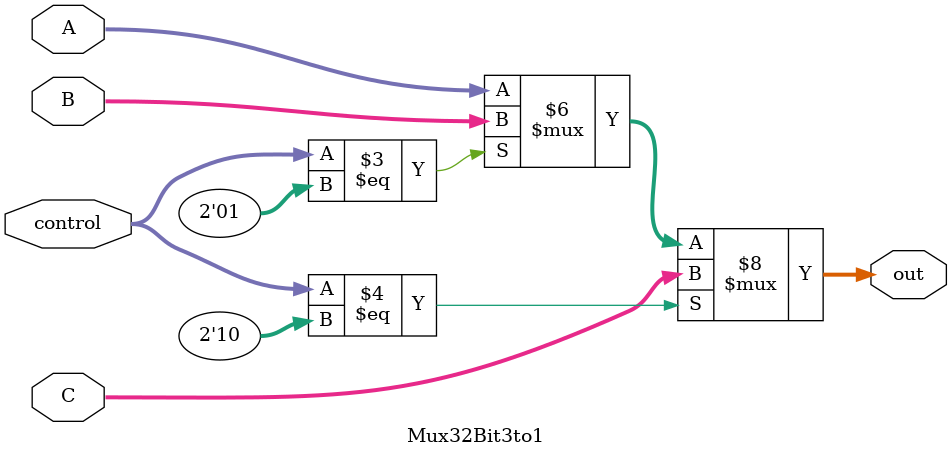
<source format=v>
`timescale 1ns / 1ps

module Mux32Bit3to1(    input [31:0] A, 
                        input [31:0] B, 
                        input [31:0] C, 
                        output reg [31:0] out, 
                        input [1:0] control
                        );
    
    always @* begin
        out <= A;
        if(control == 2'b00)begin
            out <= A;
        end
        if(control == 2'b01)begin
            out <= B;
        end
        if(control == 2'b10)begin
            out <= C;
        end
    end
endmodule
</source>
